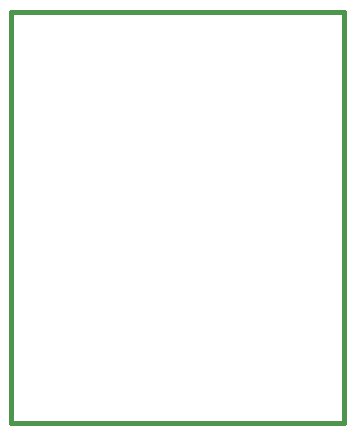
<source format=gbr>
G04 (created by PCBNEW-RS274X (2011-05-25)-stable) date Thu 05 Jul 2012 10:45:02 PM EDT*
G01*
G70*
G90*
%MOIN*%
G04 Gerber Fmt 3.4, Leading zero omitted, Abs format*
%FSLAX34Y34*%
G04 APERTURE LIST*
%ADD10C,0.006000*%
%ADD11C,0.015000*%
G04 APERTURE END LIST*
G54D10*
G54D11*
X50400Y-37600D02*
X61500Y-37600D01*
X50400Y-23900D02*
X61500Y-23900D01*
X50400Y-37600D02*
X50400Y-23900D01*
X61500Y-23900D02*
X61500Y-37600D01*
M02*

</source>
